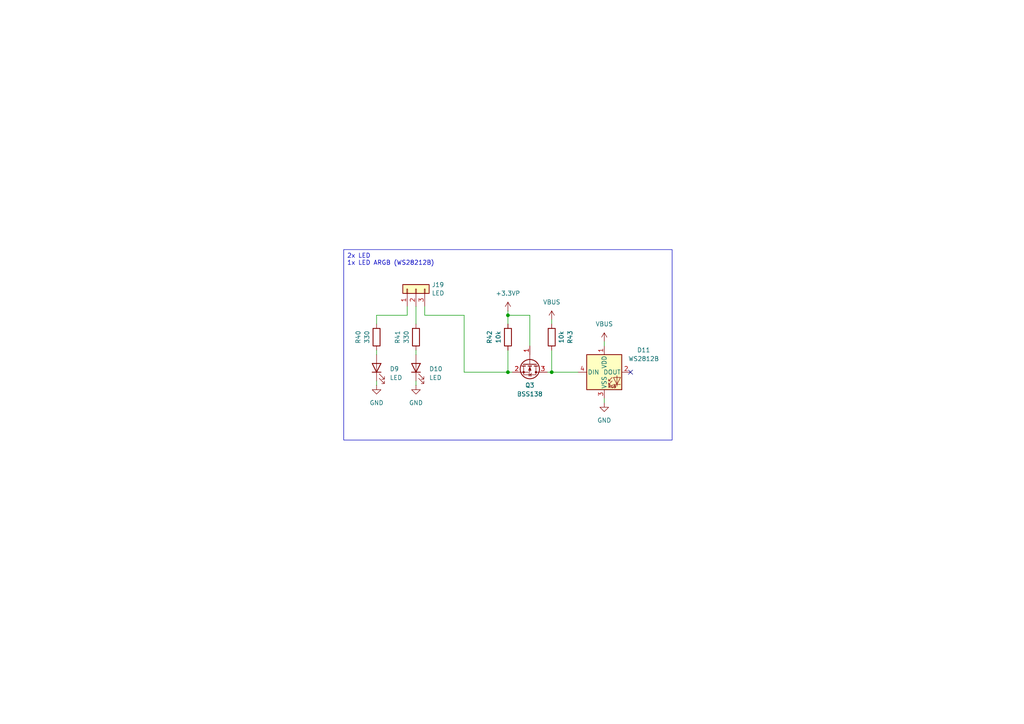
<source format=kicad_sch>
(kicad_sch (version 20250114) (generator "eeschema") (generator_version "9.0")
  (paper "A4")
  (title_block (date "2026-01-13") (rev "0.0.2") (company "KN NaMi"))
  (lib_symbols
    (symbol "Connector_Generic:Conn_01x03" (pin_names (offset 1.016) (hide yes))
      (property "Reference" "J" (at 0 5.08 0))
      (property "Value" "Conn_01x03" (at 0 -5.08 0))
      (symbol "Conn_01x03_1_1"
        (rectangle (start -1.27 3.81) (end 1.27 -3.81) (stroke (width 0.254)) (fill (type background)))
        (rectangle (start -1.27 2.667) (end 0 2.413) (stroke (width 0.1524)))
        (rectangle (start -1.27 0.127) (end 0 -0.127) (stroke (width 0.1524)))
        (rectangle (start -1.27 -2.413) (end 0 -2.667) (stroke (width 0.1524)))
        (pin passive line (at -5.08 2.54 0) (length 3.81) (name "Pin_1") (number "1"))
        (pin passive line (at -5.08 0 0) (length 3.81) (name "Pin_2") (number "2"))
        (pin passive line (at -5.08 -2.54 0) (length 3.81) (name "Pin_3") (number "3"))
      )
    )
    (symbol "Device:LED" (pin_numbers (hide yes)) (pin_names (offset 1.016) (hide yes))
      (property "Reference" "D" (at 0 2.54 0))
      (property "Value" "LED" (at 0 -2.54 0))
      (symbol "LED_0_1"
        (polyline (pts (xy -3.048 -0.762) (xy -4.572 -2.286) (xy -3.81 -2.286) (xy -4.572 -2.286) (xy -4.572 -1.524)))
        (polyline (pts (xy -1.778 -0.762) (xy -3.302 -2.286) (xy -2.54 -2.286) (xy -3.302 -2.286) (xy -3.302 -1.524)))
        (polyline (pts (xy -1.27 0) (xy 1.27 0)))
        (polyline (pts (xy -1.27 -1.27) (xy -1.27 1.27)) (stroke (width 0.254)))
        (polyline (pts (xy 1.27 -1.27) (xy 1.27 1.27) (xy -1.27 0) (xy 1.27 -1.27)) (stroke (width 0.254)))
      )
      (symbol "LED_1_1"
        (pin passive line (at -3.81 0 0) (length 2.54) (name "K") (number "1"))
        (pin passive line (at 3.81 0 180) (length 2.54) (name "A") (number "2"))
      )
    )
    (symbol "Device:R" (pin_numbers (hide yes)) (pin_names (offset 0))
      (property "Reference" "R" (at 2.032 0 90))
      (property "Value" "R" (at 0 0 90))
      (symbol "R_0_1"
        (rectangle (start -1.016 -2.54) (end 1.016 2.54) (stroke (width 0.254)))
      )
      (symbol "R_1_1"
        (pin passive line (at 0 3.81 270) (length 1.27) (name "~") (number "1"))
        (pin passive line (at 0 -3.81 90) (length 1.27) (name "~") (number "2"))
      )
    )
    (symbol "LED:WS2812B" (pin_names (offset 0.254))
      (property "Reference" "D" (at 5.08 5.715 0))
      (property "Value" "WS2812B" (at 1.27 -5.715 0))
      (symbol "WS2812B_0_0"
        (text "RGB" (at 2.286 -4.191 0) (effects (font (size 0.762 0.762))))
      )
      (symbol "WS2812B_0_1"
        (polyline (pts (xy 1.27 -2.54) (xy 1.778 -2.54)))
        (polyline (pts (xy 1.27 -3.556) (xy 1.778 -3.556)))
        (polyline (pts (xy 2.286 -1.524) (xy 1.27 -2.54) (xy 1.27 -2.032)))
        (polyline (pts (xy 2.286 -2.54) (xy 1.27 -3.556) (xy 1.27 -3.048)))
        (polyline (pts (xy 3.683 -1.016) (xy 3.683 -3.556) (xy 3.683 -4.064)))
        (polyline (pts (xy 4.699 -1.524) (xy 2.667 -1.524) (xy 3.683 -3.556) (xy 4.699 -1.524)))
        (polyline (pts (xy 4.699 -3.556) (xy 2.667 -3.556)))
        (rectangle (start 5.08 5.08) (end -5.08 -5.08) (stroke (width 0.254)) (fill (type background)))
      )
      (symbol "WS2812B_1_1"
        (pin input line (at -7.62 0 0) (length 2.54) (name "DIN") (number "4"))
        (pin power_in line (at 0 7.62 270) (length 2.54) (name "VDD") (number "1"))
        (pin power_in line (at 0 -7.62 90) (length 2.54) (name "VSS") (number "3"))
        (pin output line (at 7.62 0 180) (length 2.54) (name "DOUT") (number "2"))
      )
    )
    (symbol "Transistor_FET:BSS138" (pin_names (hide yes))
      (property "Reference" "Q" (at 5.08 1.905 0))
      (property "Value" "BSS138" (at 5.08 0 0))
      (symbol "BSS138_0_1"
        (polyline (pts (xy 0.254 1.905) (xy 0.254 -1.905)) (stroke (width 0.254)))
        (polyline (pts (xy 0.254 0) (xy -2.54 0)))
        (polyline (pts (xy 0.762 2.286) (xy 0.762 1.27)) (stroke (width 0.254)))
        (polyline (pts (xy 0.762 0.508) (xy 0.762 -0.508)) (stroke (width 0.254)))
        (polyline (pts (xy 0.762 -1.27) (xy 0.762 -2.286)) (stroke (width 0.254)))
        (polyline (pts (xy 0.762 -1.778) (xy 3.302 -1.778) (xy 3.302 1.778) (xy 0.762 1.778)))
        (polyline (pts (xy 1.016 0) (xy 2.032 0.381) (xy 2.032 -0.381) (xy 1.016 0)) (fill (type outline)))
        (circle (center 1.651 0) (radius 2.794) (stroke (width 0.254)))
        (polyline (pts (xy 2.54 2.54) (xy 2.54 1.778)))
        (circle (center 2.54 1.778) (radius 0.254) (fill (type outline)))
        (circle (center 2.54 -1.778) (radius 0.254) (fill (type outline)))
        (polyline (pts (xy 2.54 -2.54) (xy 2.54 0) (xy 0.762 0)))
        (polyline (pts (xy 2.794 0.508) (xy 2.921 0.381) (xy 3.683 0.381) (xy 3.81 0.254)))
        (polyline (pts (xy 3.302 0.381) (xy 2.921 -0.254) (xy 3.683 -0.254) (xy 3.302 0.381)))
      )
      (symbol "BSS138_1_1"
        (pin input line (at -5.08 0 0) (length 2.54) (name "G") (number "1"))
        (pin passive line (at 2.54 5.08 270) (length 2.54) (name "D") (number "3"))
        (pin passive line (at 2.54 -5.08 90) (length 2.54) (name "S") (number "2"))
      )
    )
    (symbol "power:+3.3VP" (power) (pin_numbers (hide yes)) (pin_names (offset 0) (hide yes))
      (property "Value" "+3.3VP" (at 0 3.556 0))
      (symbol "+3.3VP_0_0"
        (pin power_in line (at 0 0 90) (length 0) (name "~") (number "1"))
      )
      (symbol "+3.3VP_0_1"
        (polyline (pts (xy -0.762 1.27) (xy 0 2.54)))
        (polyline (pts (xy 0 2.54) (xy 0.762 1.27)))
        (polyline (pts (xy 0 0) (xy 0 2.54)))
      )
    )
    (symbol "power:GND" (power) (pin_numbers (hide yes)) (pin_names (offset 0) (hide yes))
      (property "Value" "GND" (at 0 -3.81 0))
      (symbol "GND_0_1"
        (polyline (pts (xy 0 0) (xy 0 -1.27) (xy 1.27 -1.27) (xy 0 -2.54) (xy -1.27 -1.27) (xy 0 -1.27)))
      )
      (symbol "GND_1_1"
        (pin power_in line (at 0 0 270) (length 0) (name "~") (number "1"))
      )
    )
    (symbol "power:VBUS" (power) (pin_numbers (hide yes)) (pin_names (offset 0) (hide yes))
      (property "Value" "VBUS" (at 0 3.556 0))
      (symbol "VBUS_0_1"
        (polyline (pts (xy -0.762 1.27) (xy 0 2.54)))
        (polyline (pts (xy 0 2.54) (xy 0.762 1.27)))
        (polyline (pts (xy 0 0) (xy 0 2.54)))
      )
      (symbol "VBUS_1_1"
        (pin power_in line (at 0 0 90) (length 0) (name "~") (number "1"))
      )
    )
  )
  (text_box "2x LED\n1x LED ARGB (WS28212B)" (at 99.695 72.39 0) (size 95.25 55.245) (margins 0.9525 0.9525 0.9525 0.9525) (effects (font (size 1.27 1.27)) (justify left top)))
  (junction (at 147.32 91.44))
  (junction (at 160.02 107.95))
  (junction (at 147.32 107.95))
  (no_connect (at 182.88 107.95))
  (wire (pts (xy 123.19 88.9) (xy 123.19 91.44)))
  (wire (pts (xy 147.32 93.98) (xy 147.32 91.44)))
  (wire (pts (xy 153.67 91.44) (xy 153.67 100.33)))
  (wire (pts (xy 123.19 91.44) (xy 134.62 91.44)))
  (wire (pts (xy 175.26 99.06) (xy 175.26 100.33)))
  (wire (pts (xy 120.65 101.6) (xy 120.65 102.87)))
  (wire (pts (xy 160.02 107.95) (xy 160.02 101.6)))
  (wire (pts (xy 175.26 116.84) (xy 175.26 115.57)))
  (wire (pts (xy 118.11 91.44) (xy 109.22 91.44)))
  (wire (pts (xy 134.62 107.95) (xy 147.32 107.95)))
  (wire (pts (xy 109.22 101.6) (xy 109.22 102.87)))
  (wire (pts (xy 160.02 107.95) (xy 167.64 107.95)))
  (wire (pts (xy 109.22 111.76) (xy 109.22 110.49)))
  (wire (pts (xy 147.32 101.6) (xy 147.32 107.95)))
  (wire (pts (xy 147.32 91.44) (xy 153.67 91.44)))
  (wire (pts (xy 147.32 90.17) (xy 147.32 91.44)))
  (wire (pts (xy 160.02 92.71) (xy 160.02 93.98)))
  (wire (pts (xy 158.75 107.95) (xy 160.02 107.95)))
  (wire (pts (xy 120.65 111.76) (xy 120.65 110.49)))
  (wire (pts (xy 120.65 88.9) (xy 120.65 93.98)))
  (wire (pts (xy 118.11 88.9) (xy 118.11 91.44)))
  (wire (pts (xy 147.32 107.95) (xy 148.59 107.95)))
  (wire (pts (xy 134.62 91.44) (xy 134.62 107.95)))
  (wire (pts (xy 109.22 91.44) (xy 109.22 93.98)))
  (symbol (lib_id "power:GND") (at 120.65 111.76 0) (unit 1)
    (property "Reference" "#PWR0121" (effects (hide yes)))
    (property "Value" "GND" (at 120.65 116.84 0))
    (property "Description" "Power symbol creates a global label with name \"GND\" , ground" (effects (hide yes)))
  )
  (symbol (lib_id "power:GND") (at 109.22 111.76 0) (unit 1)
    (property "Reference" "#PWR0120" (effects (hide yes)))
    (property "Value" "GND" (at 109.22 116.84 0))
    (property "Description" "Power symbol creates a global label with name \"GND\" , ground" (effects (hide yes)))
  )
  (symbol (lib_id "Device:R") (at 160.02 97.79 0) (mirror x) (unit 1)
    (property "Reference" "R43" (at 165.354 97.79 90))
    (property "Value" "10k" (at 162.814 97.79 90))
    (property "Footprint" "Resistor_SMD:R_0603_1608Metric_Pad0.98x0.95mm_HandSolder" (effects (hide yes)))
    (property "Description" "Resistor" (effects (hide yes)))
  )
  (symbol (lib_id "power:+3.3VP") (at 147.32 90.17 0) (unit 1)
    (property "Reference" "#PWR0111" (effects (hide yes)))
    (property "Value" "+3.3VP" (at 147.32 85.09 0))
    (property "Description" "Power symbol creates a global label with name \"+3.3VP\"" (effects (hide yes)))
  )
  (symbol (lib_id "Device:LED") (at 120.65 106.68 90) (unit 1)
    (property "Reference" "D10" (at 124.46 106.9974 90) (effects (justify right)))
    (property "Value" "LED" (at 124.46 109.5374 90) (effects (justify right)))
    (property "Footprint" "LED_SMD:LED_1206_3216Metric" (effects (hide yes)))
    (property "Description" "Light emitting diode" (effects (hide yes)))
    (property "Sim.Pins" "1=K 2=A" (effects (hide yes)))
  )
  (symbol (lib_id "Device:R") (at 109.22 97.79 180) (unit 1)
    (property "Reference" "R40" (at 103.886 97.79 90))
    (property "Value" "330" (at 106.426 97.79 90))
    (property "Footprint" "Resistor_SMD:R_0603_1608Metric_Pad0.98x0.95mm_HandSolder" (effects (hide yes)))
    (property "Description" "Resistor" (effects (hide yes)))
  )
  (symbol (lib_id "Transistor_FET:BSS138") (at 153.67 105.41 270) (unit 1)
    (property "Reference" "Q3" (at 153.67 111.76 90))
    (property "Value" "BSS138" (at 153.67 114.3 90))
    (property "Footprint" "Package_TO_SOT_SMD:SOT-23" (effects (hide yes)))
    (property "Datasheet" "https://www.onsemi.com/pub/Collateral/BSS138-D.PDF" (effects (hide yes)))
    (property "Description" "50V Vds, 0.22A Id, N-Channel MOSFET, SOT-23" (effects (hide yes)))
  )
  (symbol (lib_id "power:GND") (at 175.26 116.84 0) (unit 1)
    (property "Reference" "#PWR0122" (effects (hide yes)))
    (property "Value" "GND" (at 175.26 121.92 0))
    (property "Description" "Power symbol creates a global label with name \"GND\" , ground" (effects (hide yes)))
  )
  (symbol (lib_id "Device:R") (at 120.65 97.79 180) (unit 1)
    (property "Reference" "R41" (at 115.316 97.79 90))
    (property "Value" "330" (at 117.856 97.79 90))
    (property "Footprint" "Resistor_SMD:R_0603_1608Metric_Pad0.98x0.95mm_HandSolder" (effects (hide yes)))
    (property "Description" "Resistor" (effects (hide yes)))
  )
  (symbol (lib_id "power:VBUS") (at 160.02 92.71 0) (unit 1)
    (property "Reference" "#PWR0114" (effects (hide yes)))
    (property "Value" "VBUS" (at 160.02 87.63 0))
    (property "Description" "Power symbol creates a global label with name \"VBUS\"" (effects (hide yes)))
  )
  (symbol (lib_id "power:VBUS") (at 175.26 99.06 0) (unit 1)
    (property "Reference" "#PWR0117" (effects (hide yes)))
    (property "Value" "VBUS" (at 175.26 93.98 0))
    (property "Description" "Power symbol creates a global label with name \"VBUS\"" (effects (hide yes)))
  )
  (symbol (lib_id "Device:R") (at 147.32 97.79 180) (unit 1)
    (property "Reference" "R42" (at 141.986 97.79 90))
    (property "Value" "10k" (at 144.526 97.79 90))
    (property "Footprint" "Resistor_SMD:R_0603_1608Metric_Pad0.98x0.95mm_HandSolder" (effects (hide yes)))
    (property "Description" "Resistor" (effects (hide yes)))
  )
  (symbol (lib_id "LED:WS2812B") (at 175.26 107.95 0) (unit 1)
    (property "Reference" "D11" (at 186.69 101.5298 0))
    (property "Value" "WS2812B" (at 186.69 104.0698 0))
    (property "Footprint" "LED_SMD:LED_WS2812B_PLCC4_5.0x5.0mm_P3.2mm" (effects (hide yes)))
    (property "Datasheet" "https://cdn-shop.adafruit.com/datasheets/WS2812B.pdf" (effects (hide yes)))
    (property "Description" "RGB LED with integrated controller" (effects (hide yes)))
    (property "store" "https://www.digikey.pl/pl/products/detail/xinglight/XL-3528RGBW-WS2812B/25673158?s=N4IgTCBcDaIOoGUwA4CMYBCIC6BfIA" (effects (hide yes)))
  )
  (symbol (lib_id "Connector_Generic:Conn_01x03") (at 120.65 83.82 90) (unit 1)
    (property "Reference" "J19" (at 125.222 82.6078 90) (effects (justify right)))
    (property "Value" "LED" (at 125.222 85.0321 90) (effects (justify right)))
    (property "Footprint" "Connector_PinHeader_2.54mm:PinHeader_1x03_P2.54mm_Vertical" (effects (hide yes)))
    (property "Description" "Generic connector, single row, 01x03, script generated (kicad-library-utils/schlib/autogen/connector/)" (effects (hide yes)))
  )
  (symbol (lib_id "Device:LED") (at 109.22 106.68 90) (unit 1)
    (property "Reference" "D9" (at 113.03 106.9974 90) (effects (justify right)))
    (property "Value" "LED" (at 113.03 109.5374 90) (effects (justify right)))
    (property "Footprint" "LED_SMD:LED_1206_3216Metric" (effects (hide yes)))
    (property "Description" "Light emitting diode" (effects (hide yes)))
    (property "Sim.Pins" "1=K 2=A" (effects (hide yes)))
  )
)
</source>
